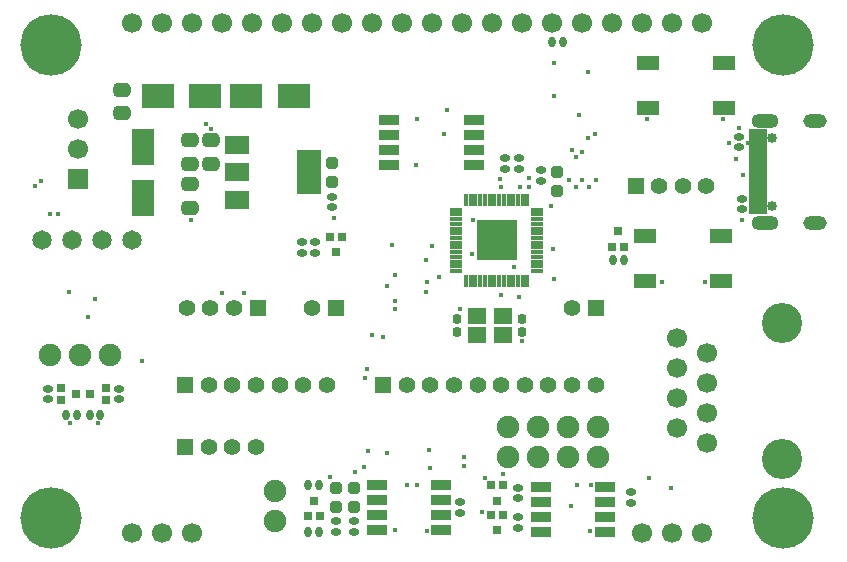
<source format=gts>
%FSLAX46Y46*%
%MOMM*%
%AMPS53*
1,1,1.700000,0.000000,0.000000*
%
%ADD53PS53*%
%AMPS33*
1,1,1.700000,0.000000,0.000000*
%
%ADD33PS33*%
%AMPS22*
1,1,1.400000,0.000000,0.000000*
%
%ADD22PS22*%
%AMPS28*
1,1,1.400000,0.000000,0.000000*
%
%ADD28PS28*%
%AMPS50*
1,1,1.650000,0.000000,0.000000*
%
%ADD50PS50*%
%AMPS36*
1,1,1.900000,0.000000,0.000000*
%
%ADD36PS36*%
%AMPS48*
1,1,1.900000,0.000000,0.000000*
%
%ADD48PS48*%
%AMPS30*
1,1,1.700000,0.000000,0.000000*
%
%ADD30PS30*%
%AMPS55*
21,1,1.200000,1.800000,0.000000,0.000000,90.000000*
%
%ADD55PS55*%
%AMPS56*
21,1,1.200000,1.800000,0.000000,0.000000,270.000000*
%
%ADD56PS56*%
%AMPS51*
21,1,0.710000,0.600000,0.000000,0.000000,0.000000*
%
%ADD51PS51*%
%AMPS32*
21,1,0.710000,0.600000,0.000000,0.000000,90.000000*
%
%ADD32PS32*%
%AMPS19*
21,1,0.710000,0.600000,0.000000,0.000000,180.000000*
%
%ADD19PS19*%
%AMPS11*
21,1,0.710000,0.600000,0.000000,0.000000,270.000000*
%
%ADD11PS11*%
%AMPS35*
21,1,2.700000,2.000000,0.000000,0.000000,0.000000*
%
%ADD35PS35*%
%AMPS24*
21,1,2.700000,2.000000,0.000000,0.000000,180.000000*
%
%ADD24PS24*%
%AMPS43*
21,1,0.400000,1.075000,0.000000,0.000000,0.000000*
%
%ADD43PS43*%
%AMPS45*
21,1,0.400000,1.075000,0.000000,0.000000,90.000000*
%
%ADD45PS45*%
%AMPS44*
21,1,0.400000,1.075000,0.000000,0.000000,180.000000*
%
%ADD44PS44*%
%AMPS46*
21,1,0.400000,1.075000,0.000000,0.000000,270.000000*
%
%ADD46PS46*%
%AMPS49*
21,1,3.000000,1.800000,0.000000,0.000000,90.000000*
%
%ADD49PS49*%
%AMPS40*
21,1,0.500000,1.440000,0.000000,0.000000,90.000000*
%
%ADD40PS40*%
%AMPS26*
21,1,0.800000,1.700000,0.000000,0.000000,90.000000*
%
%ADD26PS26*%
%AMPS25*
21,1,0.800000,1.700000,0.000000,0.000000,270.000000*
%
%ADD25PS25*%
%AMPS41*
21,1,0.800000,1.440000,0.000000,0.000000,90.000000*
%
%ADD41PS41*%
%AMPS17*
21,1,1.450000,1.950000,0.000000,0.000000,270.000000*
%
%ADD17PS17*%
%AMPS47*
21,1,3.400000,3.400000,0.000000,0.000000,0.000000*
%
%ADD47PS47*%
%AMPS18*
21,1,3.700000,1.950000,0.000000,0.000000,270.000000*
%
%ADD18PS18*%
%AMPS13*
21,1,1.600000,1.400000,0.000000,0.000000,0.000000*
%
%ADD13PS13*%
%AMPS57*
1,1,0.400000,0.000000,0.000000*
%
%ADD57PS57*%
%AMPS42*
21,1,1.100000,1.200000,0.000000,0.000000,180.000000*
1,1,1.200000,-0.550000,0.000000*
1,1,1.200000,0.550000,0.000000*
%
%ADD42PS42*%
%AMPS39*
21,1,0.800000,1.200000,0.000000,0.000000,180.000000*
1,1,1.200000,-0.400000,0.000000*
1,1,1.200000,0.400000,0.000000*
%
%ADD39PS39*%
%AMPS38*
1,1,0.850000,0.000000,0.000000*
%
%ADD38PS38*%
%AMPS34*
1,1,3.400000,0.000000,0.000000*
%
%ADD34PS34*%
%AMPS14*
1,1,0.400000,-0.100000,0.200000*
1,1,0.400000,0.100000,-0.200000*
1,1,0.400000,0.100000,0.200000*
1,1,0.400000,-0.100000,-0.200000*
21,1,0.600000,0.400000,0.000000,0.000000,0.000000*
21,1,0.200000,0.800000,0.000000,0.000000,0.000000*
%
%ADD14PS14*%
%AMPS31*
1,1,0.400000,-0.200000,-0.100000*
1,1,0.400000,0.200000,0.100000*
1,1,0.400000,-0.200000,0.100000*
1,1,0.400000,0.200000,-0.100000*
21,1,0.600000,0.400000,0.000000,0.000000,90.000000*
21,1,0.200000,0.800000,0.000000,0.000000,90.000000*
%
%ADD31PS31*%
%AMPS20*
1,1,0.400000,0.100000,-0.200000*
1,1,0.400000,-0.100000,0.200000*
1,1,0.400000,-0.100000,-0.200000*
1,1,0.400000,0.100000,0.200000*
21,1,0.600000,0.400000,0.000000,0.000000,180.000000*
21,1,0.200000,0.800000,0.000000,0.000000,180.000000*
%
%ADD20PS20*%
%AMPS16*
1,1,0.400000,0.200000,0.100000*
1,1,0.400000,-0.200000,-0.100000*
1,1,0.400000,0.200000,-0.100000*
1,1,0.400000,-0.200000,0.100000*
21,1,0.600000,0.400000,0.000000,0.000000,270.000000*
21,1,0.200000,0.800000,0.000000,0.000000,270.000000*
%
%ADD16PS16*%
%AMPS27*
1,1,0.560000,-0.220000,-0.220000*
1,1,0.560000,0.220000,0.220000*
1,1,0.560000,-0.220000,0.220000*
1,1,0.560000,0.220000,-0.220000*
21,1,1.000000,0.440000,0.000000,0.000000,90.000000*
21,1,0.440000,1.000000,0.000000,0.000000,90.000000*
%
%ADD27PS27*%
%AMPS15*
1,1,0.560000,0.220000,0.220000*
1,1,0.560000,-0.220000,-0.220000*
1,1,0.560000,0.220000,-0.220000*
1,1,0.560000,-0.220000,0.220000*
21,1,1.000000,0.440000,0.000000,0.000000,270.000000*
21,1,0.440000,1.000000,0.000000,0.000000,270.000000*
%
%ADD15PS15*%
%AMPS21*
1,1,0.700000,-0.375000,-0.250000*
1,1,0.700000,0.375000,0.250000*
1,1,0.700000,-0.375000,0.250000*
1,1,0.700000,0.375000,-0.250000*
21,1,1.200000,0.750000,0.000000,0.000000,90.000000*
21,1,0.500000,1.450000,0.000000,0.000000,90.000000*
%
%ADD21PS21*%
%AMPS12*
1,1,0.700000,0.375000,0.250000*
1,1,0.700000,-0.375000,-0.250000*
1,1,0.700000,0.375000,-0.250000*
1,1,0.700000,-0.375000,0.250000*
21,1,1.200000,0.750000,0.000000,0.000000,270.000000*
21,1,0.500000,1.450000,0.000000,0.000000,270.000000*
%
%ADD12PS12*%
%AMPS37*
1,1,0.440000,-0.130000,-0.180000*
1,1,0.440000,0.130000,0.180000*
1,1,0.440000,-0.130000,0.180000*
1,1,0.440000,0.130000,-0.180000*
21,1,0.800000,0.260000,0.000000,0.000000,90.000000*
21,1,0.360000,0.700000,0.000000,0.000000,90.000000*
%
%ADD37PS37*%
%AMPS52*
1,1,0.440000,0.130000,0.180000*
1,1,0.440000,-0.130000,-0.180000*
1,1,0.440000,0.130000,-0.180000*
1,1,0.440000,-0.130000,0.180000*
21,1,0.800000,0.260000,0.000000,0.000000,270.000000*
21,1,0.360000,0.700000,0.000000,0.000000,270.000000*
%
%ADD52PS52*%
%AMPS23*
21,1,1.400000,1.400000,0.000000,0.000000,0.000000*
%
%ADD23PS23*%
%AMPS29*
21,1,1.400000,1.400000,0.000000,0.000000,180.000000*
%
%ADD29PS29*%
%AMPS54*
21,1,1.700000,1.700000,0.000000,0.000000,90.000000*
%
%ADD54PS54*%
%AMPS10*
1,1,5.200000,0.000000,0.000000*
%
%ADD10PS10*%
G01*
%LPD*%
G01*
%LPD*%
G75*
D10*
X-31000000Y20000000D03*
D10*
X31000000Y20000000D03*
D10*
X31000000Y-20000000D03*
D10*
X-31000000Y-20000000D03*
D11*
X7299998Y-19735000D03*
D11*
X6299998Y-19735000D03*
D11*
X6799998Y-21035000D03*
D12*
X-19200010Y8249944D03*
D12*
X-19200010Y6249944D03*
D13*
X7250000Y-2900000D03*
D13*
X5050000Y-2900000D03*
D13*
X5050000Y-4500000D03*
D13*
X7250000Y-4500000D03*
D14*
X-9199998Y-17225000D03*
D14*
X-8299998Y-17225000D03*
D15*
X11875000Y9300000D03*
D15*
X11875000Y7700000D03*
D16*
X8625000Y10450000D03*
D16*
X8625000Y9550000D03*
D17*
X-15250002Y6950000D03*
D17*
X-15250002Y9250000D03*
D17*
X-15250002Y11550000D03*
D18*
X-9150002Y9250000D03*
D19*
X-26350000Y-9999988D03*
D19*
X-26350000Y-8999988D03*
D19*
X-27650000Y-9499988D03*
D20*
X-28800000Y-11249988D03*
D20*
X-29700000Y-11249988D03*
D16*
X-5350018Y-20300000D03*
D16*
X-5350018Y-21200000D03*
D21*
X-17449994Y10000056D03*
D21*
X-17449994Y12000056D03*
D22*
X-13625000Y-14000000D03*
D22*
X-15625000Y-14000000D03*
D23*
X-19625000Y-14000000D03*
D22*
X-17625000Y-14000000D03*
D16*
X7437500Y10450000D03*
D16*
X7437500Y9550000D03*
D16*
X8549998Y-17435000D03*
D16*
X8549998Y-18335000D03*
D14*
X-27700000Y-11249988D03*
D14*
X-26800000Y-11249988D03*
D11*
X-6375000Y3775000D03*
D11*
X-7375000Y3775000D03*
D11*
X-6875000Y2475000D03*
D24*
X-21950002Y15750000D03*
D24*
X-17950002Y15750000D03*
D16*
X-6850018Y-20300000D03*
D16*
X-6850018Y-21200000D03*
D25*
X10475000Y-18625000D03*
D25*
X10475000Y-21165000D03*
D26*
X15875000Y-18625000D03*
D25*
X10475000Y-17355000D03*
D25*
X10475000Y-19895000D03*
D26*
X15875000Y-21165000D03*
D26*
X15875000Y-19895000D03*
D26*
X15875000Y-17355000D03*
D27*
X-6850018Y-19050000D03*
D27*
X-6850018Y-17450000D03*
D16*
X-25250000Y-9049988D03*
D16*
X-25250000Y-9949988D03*
D28*
X-19500000Y-2250000D03*
D28*
X-17500000Y-2250000D03*
D29*
X-13500000Y-2250000D03*
D28*
X-15500000Y-2250000D03*
D30*
X19050000Y21900000D03*
D30*
X-24130000Y21900000D03*
D30*
X-21590000Y21900000D03*
D30*
X-6350000Y21900000D03*
D30*
X11430000Y21900000D03*
D30*
X-19050000Y-21280000D03*
D30*
X19050000Y-21280000D03*
D30*
X8890000Y21900000D03*
D30*
X6350000Y21900000D03*
D30*
X-13970000Y21900000D03*
D30*
X-1270000Y21900000D03*
D30*
X21590000Y21900000D03*
D30*
X-11430000Y21900000D03*
D30*
X-24130000Y-21280000D03*
D30*
X-16510000Y21900000D03*
D30*
X24130000Y21900000D03*
D30*
X24130000Y-21280000D03*
D30*
X16510000Y21900000D03*
D30*
X-3810000Y21900000D03*
D30*
X-19050000Y21900000D03*
D30*
X13970000Y21900000D03*
D30*
X-8890000Y21900000D03*
D30*
X1270000Y21900000D03*
D30*
X-21590000Y-21280000D03*
D30*
X3810000Y21900000D03*
D30*
X21590000Y-21280000D03*
D31*
X3675000Y-19585000D03*
D31*
X3675000Y-18685000D03*
D32*
X16550000Y2975000D03*
D32*
X17550000Y2975000D03*
D32*
X17050000Y4275000D03*
D33*
X21985002Y-4780000D03*
D33*
X24525002Y-8590000D03*
D33*
X21985002Y-12400000D03*
D33*
X21985002Y-9860000D03*
D33*
X24525002Y-13670000D03*
D33*
X24525002Y-6050000D03*
D34*
X30875002Y-14975000D03*
D33*
X24525002Y-11130000D03*
D34*
X30875002Y-3475000D03*
D33*
X21985002Y-7320000D03*
D22*
X3125000Y-8750000D03*
D22*
X7125000Y-8750000D03*
D22*
X13125000Y-8750000D03*
D22*
X11125000Y-8750000D03*
D22*
X1125000Y-8750000D03*
D22*
X15125000Y-8750000D03*
D22*
X9125000Y-8750000D03*
D23*
X-2875000Y-8750000D03*
D22*
X-875000Y-8750000D03*
D22*
X5125000Y-8750000D03*
D22*
X-13625000Y-8750000D03*
D22*
X-9625000Y-8750000D03*
D22*
X-15625000Y-8750000D03*
D22*
X-7625000Y-8750000D03*
D23*
X-19625000Y-8750000D03*
D22*
X-17625000Y-8750000D03*
D22*
X-11625000Y-8750000D03*
D35*
X-10450002Y15750000D03*
D35*
X-14450002Y15750000D03*
D32*
X-9249998Y-19875000D03*
D32*
X-8249998Y-19875000D03*
D32*
X-8749998Y-18575000D03*
D22*
X24500000Y8125000D03*
D22*
X22500000Y8125000D03*
D23*
X18500000Y8125000D03*
D22*
X20500000Y8125000D03*
D16*
X8549998Y-19935000D03*
D16*
X8549998Y-20835000D03*
D20*
X12325000Y20250000D03*
D20*
X11425000Y20250000D03*
D31*
X18125000Y-18750000D03*
D31*
X18125000Y-17850000D03*
D16*
X-9750000Y3325000D03*
D16*
X-9750000Y2425000D03*
D31*
X-31250000Y-9949988D03*
D31*
X-31250000Y-9049988D03*
D36*
X-12000000Y-17730000D03*
D36*
X-12000000Y-20270000D03*
D37*
X3400000Y-3150000D03*
D37*
X3400000Y-4250000D03*
D16*
X27500000Y7012500D03*
D16*
X27500000Y6112500D03*
D21*
X-19199994Y10000056D03*
D21*
X-19199994Y12000056D03*
D38*
X30020000Y12202500D03*
D39*
X33700000Y4992500D03*
D40*
X28900000Y8562500D03*
D40*
X28900000Y9062500D03*
D41*
X28900000Y6912500D03*
D40*
X28900000Y11062500D03*
D42*
X29500000Y13632500D03*
D40*
X28900000Y8062500D03*
D40*
X28900000Y10562500D03*
D41*
X28900000Y12512500D03*
D40*
X28900000Y10062500D03*
D41*
X28900000Y11712500D03*
D42*
X29500000Y4992500D03*
D40*
X28900000Y7562500D03*
D39*
X33700000Y13632500D03*
D41*
X28900000Y6112500D03*
D38*
X30020000Y6422500D03*
D40*
X28900000Y9562500D03*
D43*
X6550000Y62500D03*
D44*
X4950000Y6937500D03*
D44*
X4550000Y6937500D03*
D45*
X10187500Y4900000D03*
D43*
X4150000Y62500D03*
D45*
X10187500Y4500000D03*
D43*
X5750000Y62500D03*
D44*
X8550000Y6937500D03*
D45*
X10187500Y4100000D03*
D45*
X10187500Y900000D03*
D45*
X10187500Y1700000D03*
D44*
X5750000Y6937500D03*
D45*
X10187500Y2900000D03*
D46*
X3312500Y1300000D03*
D46*
X3312500Y6100000D03*
D44*
X7750000Y6937500D03*
D43*
X8550000Y62500D03*
D46*
X3312500Y2900000D03*
D43*
X4550000Y62500D03*
D44*
X6550000Y6937500D03*
D46*
X3312500Y2500000D03*
D46*
X3312500Y4100000D03*
D44*
X4150000Y6937500D03*
D46*
X3312500Y5300000D03*
D43*
X6950000Y62500D03*
D45*
X10187500Y5700000D03*
D43*
X5350000Y62500D03*
D44*
X7350000Y6937500D03*
D46*
X3312500Y3700000D03*
D43*
X4950000Y62500D03*
D43*
X8950000Y62500D03*
D44*
X8950000Y6937500D03*
D46*
X3312500Y5700000D03*
D46*
X3312500Y3300000D03*
D45*
X10187500Y2500000D03*
D44*
X8150000Y6937500D03*
D44*
X6150000Y6937500D03*
D46*
X3312500Y4900000D03*
D45*
X10187500Y5300000D03*
D45*
X10187500Y3300000D03*
D43*
X6150000Y62500D03*
D45*
X10187500Y2100000D03*
D43*
X9350000Y62500D03*
D43*
X7750000Y62500D03*
D44*
X5350000Y6937500D03*
D46*
X3312500Y4500000D03*
D45*
X10187500Y1300000D03*
D43*
X7350000Y62500D03*
D46*
X3312500Y2100000D03*
D44*
X6950000Y6937500D03*
D45*
X10187500Y3700000D03*
D44*
X9350000Y6937500D03*
D46*
X3312500Y1700000D03*
D43*
X8150000Y62500D03*
D47*
X6750000Y3500000D03*
D46*
X3312500Y900000D03*
D45*
X10187500Y6100000D03*
D16*
X10500000Y9450000D03*
D16*
X10500000Y8550000D03*
D48*
X-25960000Y-6249988D03*
D48*
X-28500000Y-6249988D03*
D48*
X-31040000Y-6249988D03*
D49*
X-23200002Y11400000D03*
D49*
X-23200002Y7100000D03*
D12*
X-24950010Y16249944D03*
D12*
X-24950010Y14249944D03*
D14*
X-9199998Y-21225000D03*
D14*
X-8299998Y-21225000D03*
D29*
X-6875000Y-2250000D03*
D28*
X-8875000Y-2250000D03*
D31*
X-8625000Y2425000D03*
D31*
X-8625000Y3325000D03*
D27*
X-5350018Y-19050000D03*
D27*
X-5350018Y-17450000D03*
D27*
X-7200002Y8450000D03*
D27*
X-7200002Y10050000D03*
D25*
X-2350000Y12385000D03*
D25*
X-2350000Y9845000D03*
D26*
X4850000Y12385000D03*
D25*
X-2350000Y13655000D03*
D25*
X-2350000Y11115000D03*
D26*
X4850000Y9845000D03*
D26*
X4850000Y11115000D03*
D26*
X4850000Y13655000D03*
D14*
X16600000Y1875000D03*
D14*
X17500000Y1875000D03*
D50*
X-29246681Y3548331D03*
D50*
X-26706681Y3548331D03*
D50*
X-24166681Y3548331D03*
D50*
X-31786681Y3548331D03*
D51*
X-30150000Y-8999988D03*
D51*
X-30150000Y-9999988D03*
D51*
X-28850000Y-9499988D03*
D48*
X12790000Y-14875000D03*
D48*
X7710000Y-12335000D03*
D48*
X15330000Y-12335000D03*
D48*
X15330000Y-14875000D03*
D48*
X10250000Y-12335000D03*
D48*
X7710000Y-14875000D03*
D48*
X12790000Y-12335000D03*
D48*
X10250000Y-14875000D03*
D52*
X8900000Y-4250000D03*
D52*
X8900000Y-3150000D03*
D16*
X-7200002Y7200000D03*
D16*
X-7200002Y6300000D03*
D31*
X27250000Y11362500D03*
D31*
X27250000Y12262500D03*
D53*
X-28700002Y11250000D03*
D53*
X-28700002Y13790000D03*
D54*
X-28700002Y8710000D03*
D55*
X25950000Y14725000D03*
D56*
X19550000Y18525000D03*
D56*
X19550000Y14725000D03*
D55*
X25950000Y18525000D03*
D55*
X25700000Y37500D03*
D56*
X19300000Y3837500D03*
D56*
X19300000Y37500D03*
D55*
X25700000Y3837500D03*
D11*
X7299998Y-17235000D03*
D11*
X6299998Y-17235000D03*
D11*
X6799998Y-18535000D03*
D25*
X-3400000Y-18500000D03*
D25*
X-3400000Y-21040000D03*
D26*
X2000000Y-18500000D03*
D25*
X-3400000Y-17230000D03*
D25*
X-3400000Y-19770000D03*
D26*
X2000000Y-21040000D03*
D26*
X2000000Y-19770000D03*
D26*
X2000000Y-17230000D03*
D29*
X15125000Y-2250000D03*
D28*
X13125000Y-2250000D03*
D57*
X33125000Y20000000D03*
D57*
X-2500000Y-375000D03*
D57*
X27000000Y10375000D03*
D57*
X875000Y-21125000D03*
D57*
X5500000Y-19500000D03*
D57*
X9500000Y8000000D03*
D57*
X-4375000Y-8125000D03*
D57*
X13575000Y-17250000D03*
D57*
X14500000Y17750000D03*
D57*
X-31875000Y8500000D03*
D57*
X13750000Y14125000D03*
D57*
X14550000Y8000000D03*
D57*
X-31000000Y22000000D03*
D57*
X-125000Y9875000D03*
D57*
X-27250000Y-1500000D03*
D57*
X-29500000Y-18500000D03*
D57*
X7250000Y-16250000D03*
D57*
X14000000Y8625000D03*
D57*
X-1875000Y-2325003D03*
D57*
X875000Y0D03*
D57*
X1000000Y-14250000D03*
D57*
X2500000Y14500000D03*
D57*
X4000000Y-15625003D03*
D57*
X1831352Y411422D03*
D57*
X0Y-17250000D03*
D57*
X-5250000Y-16125000D03*
D57*
X4750000Y5250000D03*
D57*
X-29500000Y18500000D03*
D57*
X31000000Y-18000000D03*
D57*
X-7000000Y5375000D03*
D57*
X28875000Y-20000000D03*
D57*
X-28875000Y20000000D03*
D57*
X15125000Y8625000D03*
D57*
X13000000Y-19000000D03*
D57*
X26375000Y11750000D03*
D57*
X-27000000Y-12000000D03*
D57*
X13125000Y11125000D03*
D57*
X-14625000Y-1000000D03*
D57*
X29500000Y-21375000D03*
D57*
X33125000Y-20000000D03*
D57*
X3625000Y-2300000D03*
D57*
X25875000Y13750000D03*
D57*
X14000000Y11000000D03*
D57*
X8875000Y-5000000D03*
D57*
X-17875000Y13375000D03*
D57*
X-4125000Y-14325000D03*
D57*
X28000000Y11750000D03*
D57*
X-32500000Y-21375000D03*
D57*
X-17449994Y12949994D03*
D57*
X750000Y-875000D03*
D57*
X13489083Y10536913D03*
D57*
X31000000Y18000000D03*
D57*
X14750000Y-17250000D03*
D57*
X27250000Y13000000D03*
D57*
X-33125000Y20000000D03*
D57*
X-1875000Y-21000000D03*
D57*
X-7400018Y-16500000D03*
D57*
X-32500000Y18625000D03*
D57*
X32500000Y-18500000D03*
D57*
X-4250000Y-7375000D03*
D57*
X19500000Y13750000D03*
D57*
X800000Y1875000D03*
D57*
X-23250000Y-6750000D03*
D57*
X-33125000Y-20000000D03*
D57*
X-32500000Y21500000D03*
D57*
X-31070024Y5695024D03*
D57*
X31000000Y-22000000D03*
D57*
X27625000Y9062500D03*
D57*
X21500000Y-17500000D03*
D57*
X9513909Y8763909D03*
D57*
X8250000Y1250000D03*
D57*
X2250000Y12500000D03*
D57*
X12875000Y8625000D03*
D57*
X-30375000Y5750000D03*
D57*
X-4484235Y-15729413D03*
D57*
X-1875000Y550000D03*
D57*
X-2500000Y-14500000D03*
D57*
X11625000Y18500000D03*
D57*
X-27875000Y-2950000D03*
D57*
X-32500000Y-18500000D03*
D57*
X11625000Y250000D03*
D57*
X1250000Y3000000D03*
D57*
X14625000Y-21125000D03*
D57*
X24375000Y0D03*
D57*
X-875000Y-17250000D03*
D57*
X-2875000Y-4674920D03*
D57*
X27500000Y5250000D03*
D57*
X19625000Y-16625000D03*
D57*
X-29500000Y-875000D03*
D57*
X-32375000Y8125000D03*
D57*
X29500000Y18625000D03*
D57*
X-29500000Y-21500000D03*
D57*
X6987718Y8686409D03*
D57*
X-31000000Y-22000000D03*
D57*
X-31000000Y18000000D03*
D57*
X11625000Y15750000D03*
D57*
X-31000000Y-18000000D03*
D57*
X32500000Y-21500000D03*
D57*
X13425000Y8000000D03*
D57*
X-29500000Y21500000D03*
D57*
X32500000Y18500000D03*
D57*
X4625000Y2375000D03*
D57*
X8750000Y8000000D03*
D57*
X-16500000Y-1000000D03*
D57*
X7125000Y-1125000D03*
D57*
X5750000Y-16625000D03*
D57*
X29500000Y-18500000D03*
D57*
X14500000Y12125000D03*
D57*
X4000000Y-14875000D03*
D57*
X1125000Y-15800000D03*
D57*
X-28875000Y-20000000D03*
D57*
X-1877465Y-1622156D03*
D57*
X6488108Y3640926D03*
D57*
X-19125000Y5250000D03*
D57*
X-3853759Y-4521651D03*
D57*
X0Y13750000D03*
D57*
X20750000Y0D03*
D57*
X28875000Y20000000D03*
D57*
X31000000Y22000000D03*
D57*
X11500000Y2750000D03*
D57*
X32500000Y21500000D03*
D57*
X29500000Y21500000D03*
D57*
X15100000Y12500000D03*
D57*
X-2125000Y3125000D03*
D57*
X11375000Y6375000D03*
D57*
X-29375000Y-12000000D03*
D57*
X7125000Y8000000D03*
D57*
X8612490Y-1265309D03*
M02*

</source>
